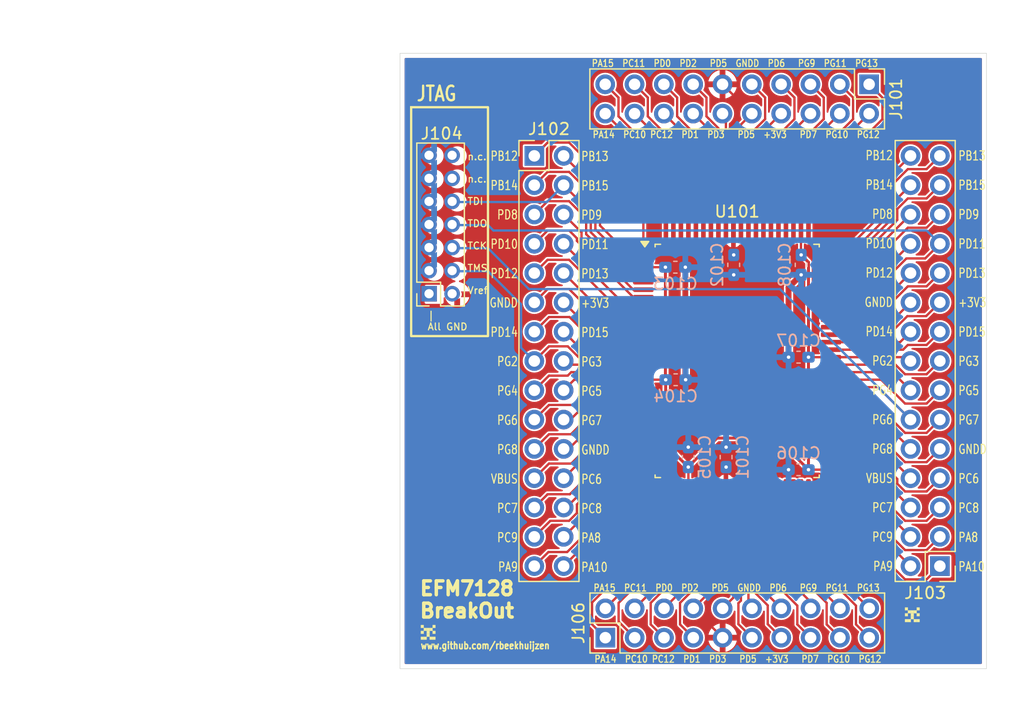
<source format=kicad_pcb>
(kicad_pcb (version 20240108) (generator "pcbnew") (generator_version "8.0")
  (layers (0 "F.Cu" signal) (31 "B.Cu" signal) (34 "B.Paste" user) (35 "F.Paste" user) (36 "B.SilkS" user "B.Silkscreen") (37 "F.SilkS" user "F.Silkscreen") (38 "B.Mask" user) (39 "F.Mask" user) (44 "Edge.Cuts" user))
  (net 0 "")
  (net 1 "GNDD")
  (net 2 "+5V")
  (net 3 "/PQFP100-Pin088")
  (net 4 "/PQFP100-Pin081")
  (net 5 "/PQFP100-Pin083")
  (net 6 "/PQFP100-Pin094")
  (net 7 "/PQFP100-Pin089")
  (net 8 "/PQFP100-Pin086")
  (net 9 "/PQFP100-Pin085")
  (net 10 "/PQFP100-Pin099")
  (net 11 "/PQFP100-Pin095")
  (net 12 "/PQFP100-Pin100")
  (net 13 "/PQFP100-Pin084")
  (net 14 "/PQFP100-Pin093")
  (net 15 "/PQFP100-Pin087")
  (net 16 "/PQFP100-Pin096")
  (net 17 "/PQFP100-Pin098")
  (net 18 "/PQFP100-Pin092")
  (net 19 "/PQFP100-Pin090")
  (net 20 "/PQFP100-Pin097")
  (net 21 "/PQFP100-Pin007")
  (net 22 "/PQFP100-Pin008")
  (net 23 "/PQFP100-Pin005")
  (net 24 "/PQFP100-Pin006")
  (net 25 "/PQFP100-Pin001")
  (net 26 "/PQFP100-Pin009")
  (net 27 "/PQFP100-Pin002")
  (net 28 "/PQFP100-Pin010")
  (net 29 "/PQFP100-Pin004")
  (net 30 "/PQFP100-Pin068")
  (net 31 "/PQFP100-Pin075")
  (net 32 "/PQFP100-Pin071")
  (net 33 "/PQFP100-Pin067")
  (net 34 "/PQFP100-Pin079")
  (net 35 "/PQFP100-Pin074")
  (net 36 "/PQFP100-Pin077")
  (net 37 "/PQFP100-Pin073")
  (net 38 "/PQFP100-Pin069")
  (net 39 "/PQFP100-Pin078")
  (net 40 "/PQFP100-Pin072")
  (net 41 "/PQFP100-Pin080")
  (net 42 "/PQFP100-Pin062")
  (net 43 "/PQFP100-Pin063")
  (net 44 "/PQFP100-Pin065")
  (net 45 "/PQFP100-Pin070")
  (net 46 "/PQFP100-Pin076")
  (net 47 "/PQFP100-Pin061")
  (net 48 "/PQFP100-Pin064")
  (net 49 "/PQFP100-Pin024")
  (net 50 "/PQFP100-Pin026")
  (net 51 "/PQFP100-Pin025")
  (net 52 "/PQFP100-Pin023")
  (net 53 "/PQFP100-Pin022")
  (net 54 "/PQFP100-Pin014")
  (net 55 "/PQFP100-Pin030")
  (net 56 "/PQFP100-Pin028")
  (net 57 "/PQFP100-Pin017")
  (net 58 "/PQFP100-Pin019")
  (net 59 "/PQFP100-Pin027")
  (net 60 "/PQFP100-Pin011")
  (net 61 "/PQFP100-Pin029")
  (net 62 "/PQFP100-Pin020")
  (net 63 "/PQFP100-Pin013")
  (net 64 "/PQFP100-Pin015")
  (net 65 "/PQFP100-Pin021")
  (net 66 "/PQFP100-Pin012")
  (net 67 "/PQFP100-Pin016")
  (net 68 "/PQFP100-Pin053")
  (net 69 "/PQFP100-Pin057")
  (net 70 "/PQFP100-Pin055")
  (net 71 "/PQFP100-Pin052")
  (net 72 "/PQFP100-Pin058")
  (net 73 "/PQFP100-Pin060")
  (net 74 "/PQFP100-Pin056")
  (net 75 "/PQFP100-Pin059")
  (net 76 "/PQFP100-Pin054")
  (net 77 "/PQFP100-Pin042")
  (net 78 "/PQFP100-Pin036")
  (net 79 "/PQFP100-Pin045")
  (net 80 "/PQFP100-Pin047")
  (net 81 "/PQFP100-Pin033")
  (net 82 "/PQFP100-Pin048")
  (net 83 "/PQFP100-Pin049")
  (net 84 "/PQFP100-Pin032")
  (net 85 "/PQFP100-Pin044")
  (net 86 "/PQFP100-Pin040")
  (net 87 "/PQFP100-Pin035")
  (net 88 "/PQFP100-Pin031")
  (net 89 "/PQFP100-Pin037")
  (net 90 "/PQFP100-Pin043")
  (net 91 "/PQFP100-Pin046")
  (net 92 "/PQFP100-Pin038")
  (net 93 "/PQFP100-Pin041")
  (net 94 "/PQFP100-Pin050")
  (net 95 "+3V3")
  (footprint "DP_Footprint:PinHeader_2x10_P2.54mm_Vertical" (layer "F.Cu") (at 149.855 58.567402 -90)
    (property "Reference" "J101")
    (property "Value" "Conn_02x10_Odd_Even")
  )
  (footprint "Package_QFP:PQFP-100_14x20mm_P0.65mm" (layer "F.Cu") (at 138.4248 82.5448)
    (property "Reference" "U101")
    (property "Value" "EFM7128S")
  )
  (footprint "DP_Footprint:PinSocket_2x07_P2.00mm_Vertical" (layer "F.Cu") (at 111.7346 76.7192 180)
    (property "Reference" "J104")
    (property "Value" "Conn_02x07_Odd_Even")
  )
  (footprint "DP_Footprint:PinHeader_2x15_P2.54mm_Vertical" (layer "F.Cu") (at 120.8532 64.77)
    (property "Reference" "J102")
    (property "Value" "Conn_02x15_Odd_Even")
  )
  (footprint "DP_Footprint:PinHeader_2x10_P2.54mm_Vertical" (layer "F.Cu") (at 127.005002 106.532601 90)
    (property "Reference" "J106")
    (property "Value" "Conn_02x10_Odd_Even")
  )
  (footprint "DP_Footprint:PinHeader_2x15_P2.54mm_Vertical" (layer "F.Cu") (at 155.9814 100.330002 180)
    (property "Reference" "J103")
    (property "Value" "Conn_02x15_Odd_Even")
  )
  (footprint "DP_Footprint:C_0603_1608Metric_Pad1.08x0.95mm_HandSolder" (layer "B.Cu") (at 143.7386 91.9734 180)
    (property "Reference" "C106")
    (property "Value" "100n")
  )
  (footprint "DP_Footprint:C_0603_1608Metric_Pad1.08x0.95mm_HandSolder" (layer "B.Cu") (at 133.096 84.1756)
    (property "Reference" "C104")
    (property "Value" "100n")
  )
  (footprint "DP_Footprint:C_0603_1608Metric_Pad1.08x0.95mm_HandSolder" (layer "B.Cu") (at 143.9672 74.2188 -90)
    (property "Reference" "C108")
    (property "Value" "100n")
  )
  (footprint "DP_Footprint:C_0603_1608Metric_Pad1.08x0.95mm_HandSolder" (layer "B.Cu") (at 133.0706 74.422)
    (property "Reference" "C103")
    (property "Value" "100n")
  )
  (footprint "DP_Footprint:C_0603_1608Metric_Pad1.08x0.95mm_HandSolder" (layer "B.Cu") (at 137.4648 90.8812 90)
    (property "Reference" "C101")
    (property "Value" "100n")
  )
  (footprint "DP_Footprint:C_0603_1608Metric_Pad1.08x0.95mm_HandSolder" (layer "B.Cu") (at 134.1882 90.8812 90)
    (property "Reference" "C105")
    (property "Value" "100n")
  )
  (footprint "DP_Footprint:C_0603_1608Metric_Pad1.08x0.95mm_HandSolder" (layer "B.Cu") (at 143.7397 82.2198 180)
    (property "Reference" "C107")
    (property "Value" "100n")
  )
  (footprint "DP_Footprint:C_0603_1608Metric_Pad1.08x0.95mm_HandSolder" (layer "B.Cu") (at 138.1252 74.2188 -90)
    (property "Reference" "C102")
    (property "Value" "100n")
  )
  (gr_rect (start 153.9748 104.4194) (end 154.2288 104.6734) (stroke (width 0.01)) (fill solid) (layer "F.SilkS"))
  (gr_rect (start 153.4668 104.4194) (end 153.7208 104.6734) (stroke (width 0.01)) (fill solid) (layer "F.SilkS"))
  (gr_rect (start 111.5314 105.6894) (end 111.7854 105.9434) (stroke (width 0.01)) (fill solid) (layer "F.SilkS"))
  (gr_rect (start 111.5314 105.9434) (end 111.7854 106.1974) (stroke (width 0.01)) (fill solid) (layer "F.SilkS"))
  (gr_rect (start 153.7208 104.1654) (end 153.9748 104.4194) (stroke (width 0.01)) (fill solid) (layer "F.SilkS"))
  (gr_rect (start 153.9748 103.9114) (end 154.2288 104.1654) (stroke (width 0.01)) (fill solid) (layer "F.SilkS"))
  (gr_rect (start 152.9588 104.9274) (end 153.2128 105.1814) (stroke (width 0.01)) (fill solid) (layer "F.SilkS"))
  (gr_rect (start 112.0394 105.9434) (end 112.2934 106.1974) (stroke (width 0.01)) (fill solid) (layer "F.SilkS"))
  (gr_rect (start 111.7854 106.4514) (end 112.0394 106.7054) (stroke (width 0.01)) (fill solid) (layer "F.SilkS"))
  (gr_rect (start 111.2774 105.6894) (end 111.5314 105.9434) (stroke (width 0.01)) (fill solid) (layer "F.SilkS"))
  (gr_rect (start 112.0394 105.4354) (end 112.2934 105.6894) (stroke (width 0.01)) (fill solid) (layer "F.SilkS"))
  (gr_rect (start 153.4668 104.1654) (end 153.7208 104.4194) (stroke (width 0.01)) (fill solid) (layer "F.SilkS"))
  (gr_rect (start 153.2128 104.9274) (end 153.4668 105.1814) (stroke (width 0.01)) (fill solid) (layer "F.SilkS"))
  (gr_rect (start 112.0394 106.4514) (end 112.2934 106.7054) (stroke (width 0.01)) (fill solid) (layer "F.SilkS"))
  (gr_rect (start 111.7854 105.6894) (end 112.0394 105.9434) (stroke (width 0.01)) (fill solid) (layer "F.SilkS"))
  (gr_rect (start 111.2774 106.4514) (end 111.5314 106.7054) (stroke (width 0.01)) (fill solid) (layer "F.SilkS"))
  (gr_rect (start 111.5314 106.1974) (end 111.7854 106.4514) (stroke (width 0.01)) (fill solid) (layer "F.SilkS"))
  (gr_rect (start 153.4668 104.6734) (end 153.7208 104.9274) (stroke (width 0.01)) (fill solid) (layer "F.SilkS"))
  (gr_rect (start 152.9588 103.9114) (end 153.2128 104.1654) (stroke (width 0.01)) (fill solid) (layer "F.SilkS"))
  (gr_rect (start 111.0234 105.4354) (end 111.2774 105.6894) (stroke (width 0.01)) (fill solid) (layer "F.SilkS"))
  (gr_rect (start 153.7208 104.9274) (end 153.9748 105.1814) (stroke (width 0.01)) (fill solid) (layer "F.SilkS"))
  (gr_rect (start 153.2128 104.1654) (end 153.4668 104.4194) (stroke (width 0.01)) (fill solid) (layer "F.SilkS"))
  (gr_rect (start 111.0234 106.4514) (end 111.2774 106.7054) (stroke (width 0.01)) (fill solid) (layer "F.SilkS"))
  (gr_rect (start 111.0234 105.9434) (end 111.2774 106.1974) (stroke (width 0.01)) (fill solid) (layer "F.SilkS"))
  (gr_rect (start 153.9748 104.9274) (end 154.2288 105.1814) (stroke (width 0.01)) (fill solid) (layer "F.SilkS"))
  (gr_rect (start 110.1852 60.5536) (end 116.84 80.391) (stroke (width 0.2)) (fill none) (layer "F.SilkS"))
  (gr_rect (start 152.9588 104.4194) (end 153.2128 104.6734) (stroke (width 0.01)) (fill solid) (layer "F.SilkS"))
  (gr_rect (start 109.22 55.88) (end 160.02 109.22) (stroke (width 0.05)) (fill none) (layer "Edge.Cuts"))
  (gr_text "|\nAll GND\n" (at 111.5568 79.9338 0) (layer "F.SilkS") (effects (font (size 0.6 0.6) (thickness 0.1008) (bold yes)) (justify left bottom)))
  (gr_text "PA15  PC11  PD0  PD2   PD5  GNDD  PD6   PG9  PG11  PG13" (at 125.9332 102.5652 0) (layer "F.SilkS") (effects (font (size 0.6 0.5) (thickness 0.1) (bold yes)) (justify left bottom)))
  (gr_text "n.c.\n\nn.c.\n\nTDI\n\nTDO\n\nTCK\n\nTMS\n\nVref" (at 115.0112 76.7842 0) (layer "F.SilkS") (effects (font (size 0.6 0.6) (thickness 0.1008) (bold yes)) (justify left bottom)))
  (gr_text "PB13\n\nPB15\n\nPD9\n\nPD11\n\nPD13\n\n+3V3\n\nPD15\n\nPG3\n\nPG5\n\nPG7\n\nGNDD\n\nPC6\n\nPC8\n\nPA8\n\nPA10" (at 157.5308 100.838 0) (layer "F.SilkS") (effects (font (size 0.79 0.6) (thickness 0.1008) (bold yes)) (justify left bottom)))
  (gr_text "JTAG" (at 110.5662 60.1218 0) (layer "F.SilkS") (effects (font (size 1.27 1) (thickness 0.2) (bold yes)) (justify left bottom)))
  (gr_text "PB12\n\nPB14\n\nPD8\n\nPD10\n\nPD12\n\nGNDD\n\nPD14\n\nPG2\n\nPG4\n\nPG6\n\nPG8\n\nVBUS\n\nPC7\n\nPC9\n\nPA9" (at 119.4816 100.8634 0) (layer "F.SilkS") (effects (font (size 0.79 0.6) (thickness 0.1008) (bold yes)) (justify right bottom)))
  (gr_text "EFM7128\nBreakOut" (at 110.7948 104.902 0) (layer "F.SilkS") (effects (font (size 1.2 1.2) (thickness 0.3) (bold yes)) (justify left bottom)))
  (gr_text "www.github.com/rbeekhuijzen" (at 110.9472 107.569 0) (layer "F.SilkS") (effects (font (size 0.6 0.5) (thickness 0.125) (bold yes)) (justify left bottom)))
  (gr_text "PA14  PC10 PC12  PD1  PD3   PD5  +3V3   PD7  PG10  PG12" (at 126.0094 108.7374 0) (layer "F.SilkS") (effects (font (size 0.6 0.5) (thickness 0.1008) (bold yes)) (justify left bottom)))
  (gr_text "PA14  PC10 PC12  PD1  PD3   PD5  +3V3   PD7  PG10  PG12" (at 125.857 63.2714 0) (layer "F.SilkS") (effects (font (size 0.6 0.5) (thickness 0.1008) (bold yes)) (justify left bottom)))
  (gr_text "PB13\n\nPB15\n\nPD9\n\nPD11\n\nPD13\n\n+3V3\n\nPD15\n\nPG3\n\nPG5\n\nPG7\n\nGNDD\n\nPC6\n\nPC8\n\nPA8\n\nPA10" (at 124.8664 100.8888 0) (layer "F.SilkS") (effects (font (size 0.79 0.6) (thickness 0.1008) (bold yes)) (justify left bottom)))
  (gr_text "PA15  PC11  PD0  PD2   PD5  GNDD  PD6   PG9  PG11  PG13" (at 125.7808 57.0992 0) (layer "F.SilkS") (effects (font (size 0.6 0.5) (thickness 0.1) (bold yes)) (justify left bottom)))
  (gr_text "PB12\n\nPB14\n\nPD8\n\nPD10\n\nPD12\n\nGNDD\n\nPD14\n\nPG2\n\nPG4\n\nPG6\n\nPG8\n\nVBUS\n\nPC7\n\nPC9\n\nPA9" (at 151.9682 100.8126 0) (layer "F.SilkS") (effects (font (size 0.79 0.6) (thickness 0.1008) (bold yes)) (justify right bottom)))
  (segment (start 133.9342 84.1502) (end 133.9596 84.1756) (width 0.508) (layer "F.Cu") (net 1))
  (segment (start 133.9342 74.422) (end 133.9342 84.1502) (width 0.508) (layer "F.Cu") (net 1))
  (segment (start 142.875 76.1746) (end 143.9672 75.0824) (width 0.508) (layer "F.Cu") (net 1))
  (segment (start 142.875 82.2198) (end 142.875 76.1746) (width 0.508) (layer "F.Cu") (net 1))
  (via (at 134.1882 90.0176) (size 0.6) (drill 0.3) (layers "F.Cu" "B.Cu") (net 1))
  (via (at 137.4648 90.0176) (size 0.6) (drill 0.3) (layers "F.Cu" "B.Cu") (net 1))
  (via (at 143.9672 75.0824) (size 0.6) (drill 0.3) (layers "F.Cu" "B.Cu") (net 1))
  (via (at 142.8739 91.9734) (size 0.6) (drill 0.3) (layers "F.Cu" "B.Cu") (net 1))
  (via (at 133.9596 84.1756) (size 0.6) (drill 0.3) (layers "F.Cu" "B.Cu") (net 1))
  (via (at 138.1252 75.0824) (size 0.6) (drill 0.3) (layers "F.Cu" "B.Cu") (net 1))
  (via (at 142.875 82.2198) (size 0.6) (drill 0.3) (layers "F.Cu" "B.Cu") (net 1))
  (via (at 133.9342 74.422) (size 0.6) (drill 0.3) (layers "F.Cu" "B.Cu") (net 1))
  (segment (start 138.0998 71.4198) (end 138.0998 62.028947) (width 0.2) (layer "F.Cu") (net 2))
  (segment (start 138.0998 73.3298) (end 138.1252 73.3552) (width 0.2) (layer "F.Cu") (net 2))
  (segment (start 137.4498 93.6698) (end 137.4498 91.7598) (width 0.2) (layer "F.Cu") (net 2))
  (segment (start 138.0998 62.028947) (end 138.3284 61.800347) (width 0.2) (layer "F.Cu") (net 2))
  (segment (start 136.015004 105.382605) (end 137.165002 106.532603) (width 0.2) (layer "F.Cu") (net 2))
  (segment (start 137.4498 93.6698) (end 137.4498 102.081459) (width 0.2) (layer "F.Cu") (net 2))
  (segment (start 137.4498 102.081459) (end 136.015004 103.516255) (width 0.2) (layer "F.Cu") (net 2))
  (segment (start 137.4498 91.7598) (end 137.4648 91.7448) (width 0.2) (layer "F.Cu") (net 2))
  (segment (start 136.015004 103.516255) (end 136.015004 105.382605) (width 0.2) (layer "F.Cu") (net 2))
  (segment (start 138.3284 61.800347) (end 138.3284 59.740803) (width 0.2) (layer "F.Cu") (net 2))
  (segment (start 138.0998 71.4198) (end 138.0998 73.3298) (width 0.2) (layer "F.Cu") (net 2))
  (segment (start 138.3284 59.740803) (end 137.155 58.567403) (width 0.2) (layer "F.Cu") (net 2))
  (via (at 137.4648 91.7448) (size 0.6) (drill 0.3) (layers "F.Cu" "B.Cu") (net 2))
  (via (at 138.1252 73.3552) (size 0.6) (drill 0.3) (layers "F.Cu" "B.Cu") (net 2))
  (segment (start 140.0498 71.4198) (end 140.0498 63.292602) (width 0.2) (layer "F.Cu") (net 3))
  (segment (start 140.0498 63.292602) (end 142.234999 61.107403) (width 0.2) (layer "F.Cu") (net 3))
  (segment (start 151.004999 59.717401) (end 149.855 58.567402) (width 0.2) (layer "F.Cu") (net 4))
  (segment (start 151.004999 61.593001) (end 151.004999 59.717401) (width 0.2) (layer "F.Cu") (net 4))
  (segment (start 144.5998 71.4198) (end 144.5998 67.9982) (width 0.2) (layer "F.Cu") (net 4))
  (segment (start 144.5998 67.9982) (end 151.004999 61.593001) (width 0.2) (layer "F.Cu") (net 4))
  (segment (start 143.2998 71.4198) (end 143.2998 66.748951) (width 0.2) (layer "F.Cu") (net 5))
  (segment (start 143.2998 66.748951) (end 148.465001 61.58375) (width 0.2) (layer "F.Cu") (net 5))
  (segment (start 148.465001 59.717402) (end 147.315 58.567401) (width 0.2) (layer "F.Cu") (net 5))
  (segment (start 148.465001 61.58375) (end 148.465001 59.717402) (width 0.2) (layer "F.Cu") (net 5))
  (segment (start 136.1498 62.642201) (end 134.615001 61.107402) (width 0.2) (layer "F.Cu") (net 6))
  (segment (start 136.1498 71.4198) (end 136.1498 62.642201) (width 0.2) (layer "F.Cu") (net 6))
  (segment (start 139.3998 71.4198) (end 139.3998 63.028947) (width 0.2) (layer "F.Cu") (net 7))
  (segment (start 140.845001 61.583746) (end 140.845001 59.717405) (width 0.2) (layer "F.Cu") (net 7))
  (segment (start 140.845001 59.717405) (end 139.695 58.567404) (width 0.2) (layer "F.Cu") (net 7))
  (segment (start 139.3998 63.028947) (end 140.845001 61.583746) (width 0.2) (layer "F.Cu") (net 7))
  (segment (start 141.3498 71.4198) (end 141.3498 64.532601) (width 0.2) (layer "F.Cu") (net 8))
  (segment (start 141.3498 64.532601) (end 144.775 61.107401) (width 0.2) (layer "F.Cu") (net 8))
  (segment (start 145.925 59.717401) (end 144.775001 58.567402) (width 0.2) (layer "F.Cu") (net 9))
  (segment (start 145.925 61.583747) (end 145.925 59.717401) (width 0.2) (layer "F.Cu") (net 9))
  (segment (start 141.9998 65.508947) (end 145.925 61.583747) (width 0.2) (layer "F.Cu") (net 9))
  (segment (start 141.9998 71.4198) (end 141.9998 65.508947) (width 0.2) (layer "F.Cu") (net 9))
  (segment (start 128.144999 59.717401) (end 126.995 58.567402) (width 0.2) (layer "F.Cu") (net 10))
  (segment (start 132.8998 71.4198) (end 132.8998 66.098548) (width 0.2) (layer "F.Cu") (net 10))
  (segment (start 132.8998 66.098548) (end 128.144999 61.343747) (width 0.2) (layer "F.Cu") (net 10))
  (segment (start 128.144999 61.343747) (end 128.144999 59.717401) (width 0.2) (layer "F.Cu") (net 10))
  (segment (start 133.225001 61.343748) (end 133.225001 59.717404) (width 0.2) (layer "F.Cu") (net 11))
  (segment (start 133.225001 59.717404) (end 132.074999 58.567402) (width 0.2) (layer "F.Cu") (net 11))
  (segment (start 135.4998 71.4198) (end 135.4998 63.618547) (width 0.2) (layer "F.Cu") (net 11))
  (segment (start 135.4998 63.618547) (end 133.225001 61.343748) (width 0.2) (layer "F.Cu") (net 11))
  (segment (start 132.2498 71.4198) (end 132.2498 66.3622) (width 0.2) (layer "F.Cu") (net 12))
  (segment (start 126.995003 61.107403) (end 126.994999 61.107403) (width 0.2) (layer "F.Cu") (net 12))
  (segment (start 132.2498 66.3622) (end 126.995003 61.107403) (width 0.2) (layer "F.Cu") (net 12))
  (segment (start 142.6498 71.4198) (end 142.6498 65.772605) (width 0.2) (layer "F.Cu") (net 13))
  (segment (start 142.6498 65.772605) (end 147.315001 61.107404) (width 0.2) (layer "F.Cu") (net 13))
  (segment (start 135.765001 61.343751) (end 135.765001 59.717406) (width 0.2) (layer "F.Cu") (net 14))
  (segment (start 135.765001 59.717406) (end 134.614999 58.567404) (width 0.2) (layer "F.Cu") (net 14))
  (segment (start 136.7998 71.4198) (end 136.7998 62.37855) (width 0.2) (layer "F.Cu") (net 14))
  (segment (start 136.7998 62.37855) (end 135.765001 61.343751) (width 0.2) (layer "F.Cu") (net 14))
  (segment (start 140.6998 64.268948) (end 143.384999 61.583749) (width 0.2) (layer "F.Cu") (net 15))
  (segment (start 143.384999 61.583749) (end 143.384999 59.7174) (width 0.2) (layer "F.Cu") (net 15))
  (segment (start 143.384999 59.7174) (end 142.234999 58.5674) (width 0.2) (layer "F.Cu") (net 15))
  (segment (start 140.6998 71.4198) (end 140.6998 64.268948) (width 0.2) (layer "F.Cu") (net 15))
  (segment (start 134.8498 63.882201) (end 132.075001 61.107402) (width 0.2) (layer "F.Cu") (net 16))
  (segment (start 134.8498 71.4198) (end 134.8498 63.882201) (width 0.2) (layer "F.Cu") (net 16))
  (segment (start 133.5498 65.122202) (end 129.535001 61.107403) (width 0.2) (layer "F.Cu") (net 17))
  (segment (start 133.5498 71.4198) (end 133.5498 65.122202) (width 0.2) (layer "F.Cu") (net 17))
  (segment (start 137.4498 71.4198) (end 137.4498 61.402204) (width 0.2) (layer "F.Cu") (net 18))
  (segment (start 137.4498 61.402204) (end 137.154998 61.107402) (width 0.2) (layer "F.Cu") (net 18))
  (segment (start 138.7498 62.052601) (end 139.695001 61.1074) (width 0.2) (layer "F.Cu") (net 19))
  (segment (start 138.7498 71.4198) (end 138.7498 62.052601) (width 0.2) (layer "F.Cu") (net 19))
  (segment (start 134.1998 71.4198) (end 134.1998 64.858547) (width 0.2) (layer "F.Cu") (net 20))
  (segment (start 130.685001 61.343748) (end 130.685001 59.717403) (width 0.2) (layer "F.Cu") (net 20))
  (segment (start 130.685001 59.717403) (end 129.535 58.567402) (width 0.2) (layer "F.Cu") (net 20))
  (segment (start 134.1998 64.858547) (end 130.685001 61.343748) (width 0.2) (layer "F.Cu") (net 20))
  (segment (start 124.5432 72.138199) (end 124.5432 71.913654) (width 0.2) (layer "F.Cu") (net 21))
  (segment (start 123.869546 71.24) (end 122.0032 71.24) (width 0.2) (layer "F.Cu") (net 21))
  (segment (start 129.424801 77.0198) (end 124.5432 72.138199) (width 0.2) (layer "F.Cu") (net 21))
  (segment (start 130.2998 77.0198) (end 129.424801 77.0198) (width 0.2) (layer "F.Cu") (net 21))
  (segment (start 122.0032 71.24) (end 120.8532 72.39) (width 0.2) (layer "F.Cu") (net 21))
  (segment (start 124.5432 71.913654) (end 123.869546 71.24) (width 0.2) (layer "F.Cu") (net 21))
  (segment (start 130.2998 77.6698) (end 128.673 77.6698) (width 0.2) (layer "F.Cu") (net 22))
  (segment (start 128.673 77.6698) (end 123.3932 72.39) (width 0.2) (layer "F.Cu") (net 22))
  (segment (start 125.3432 70.173654) (end 123.869546 68.7) (width 0.2) (layer "F.Cu") (net 23))
  (segment (start 125.3432 71.556656) (end 125.3432 70.173654) (width 0.2) (layer "F.Cu") (net 23))
  (segment (start 129.506344 75.7198) (end 125.3432 71.556656) (width 0.2) (layer "F.Cu") (net 23))
  (segment (start 122.0032 68.7) (end 120.8532 69.85) (width 0.2) (layer "F.Cu") (net 23))
  (segment (start 130.2998 75.7198) (end 129.506344 75.7198) (width 0.2) (layer "F.Cu") (net 23))
  (segment (start 123.869546 68.7) (end 122.0032 68.7) (width 0.2) (layer "F.Cu") (net 23))
  (segment (start 124.9432 71.888199) (end 124.9432 71.4) (width 0.2) (layer "F.Cu") (net 24))
  (segment (start 124.9432 71.4) (end 123.3932 69.85) (width 0.2) (layer "F.Cu") (net 24))
  (segment (start 129.424801 76.3698) (end 124.9432 71.888199) (width 0.2) (layer "F.Cu") (net 24))
  (segment (start 130.2998 76.3698) (end 129.424801 76.3698) (width 0.2) (layer "F.Cu") (net 24))
  (segment (start 123.869546 63.62) (end 122.0032 63.62) (width 0.2) (layer "F.Cu") (net 25))
  (segment (start 122.0032 63.62) (end 120.8532 64.77) (width 0.2) (layer "F.Cu") (net 25))
  (segment (start 130.2998 70.050254) (end 123.869546 63.62) (width 0.2) (layer "F.Cu") (net 25))
  (segment (start 130.2998 73.1198) (end 130.2998 70.050254) (width 0.2) (layer "F.Cu") (net 25))
  (segment (start 122.0032 73.78) (end 120.8532 74.93) (width 0.2) (layer "F.Cu") (net 26))
  (segment (start 123.869546 73.78) (end 122.0032 73.78) (width 0.2) (layer "F.Cu") (net 26))
  (segment (start 128.409346 78.3198) (end 123.869546 73.78) (width 0.2) (layer "F.Cu") (net 26))
  (segment (start 130.2998 78.3198) (end 128.409346 78.3198) (width 0.2) (layer "F.Cu") (net 26))
  (segment (start 130.2998 73.7698) (end 129.506344 73.7698) (width 0.2) (layer "F.Cu") (net 27))
  (segment (start 126.5432 67.92) (end 123.3932 64.77) (width 0.2) (layer "F.Cu") (net 27))
  (segment (start 126.5432 70.806656) (end 126.5432 67.92) (width 0.2) (layer "F.Cu") (net 27))
  (segment (start 129.506344 73.7698) (end 126.5432 70.806656) (width 0.2) (layer "F.Cu") (net 27))
  (segment (start 130.2998 78.9698) (end 127.433 78.9698) (width 0.2) (layer "F.Cu") (net 28))
  (segment (start 127.433 78.9698) (end 123.3932 74.93) (width 0.2) (layer "F.Cu") (net 28))
  (segment (start 130.2998 75.0698) (end 129.424801 75.0698) (width 0.2) (layer "F.Cu") (net 29))
  (segment (start 129.424801 75.0698) (end 125.7432 71.388199) (width 0.2) (layer "F.Cu") (net 29))
  (segment (start 125.7432 69.66) (end 123.3932 67.31) (width 0.2) (layer "F.Cu") (net 29))
  (segment (start 125.7432 71.388199) (end 125.7432 69.66) (width 0.2) (layer "F.Cu") (net 29))
  (segment (start 123.3932 67.31) (end 121.9332 68.77) (width 0.2) (layer "B.Cu") (net 29))
  (segment (start 121.9332 68.77) (end 114.173 68.77) (width 0.2) (layer "B.Cu") (net 29))
  (segment (start 152.531605 80.9198) (end 153.441401 80.010004) (width 0.2) (layer "F.Cu") (net 30))
  (segment (start 146.5498 80.9198) (end 152.531605 80.9198) (width 0.2) (layer "F.Cu") (net 30))
  (segment (start 147.835259 76.3698) (end 153.205059 71) (width 0.2) (layer "F.Cu") (net 31))
  (segment (start 154.831404 71) (end 155.981402 69.850002) (width 0.2) (layer "F.Cu") (net 31))
  (segment (start 153.205059 71) (end 154.831404 71) (width 0.2) (layer "F.Cu") (net 31))
  (segment (start 146.5498 76.3698) (end 147.835259 76.3698) (width 0.2) (layer "F.Cu") (net 31))
  (segment (start 154.831402 76.079999) (end 155.981401 74.93) (width 0.2) (layer "F.Cu") (net 32))
  (segment (start 150.315259 78.9698) (end 153.20506 76.079999) (width 0.2) (layer "F.Cu") (net 32))
  (segment (start 153.20506 76.079999) (end 154.831402 76.079999) (width 0.2) (layer "F.Cu") (net 32))
  (segment (start 146.5498 78.9698) (end 150.315259 78.9698) (width 0.2) (layer "F.Cu") (net 32))
  (segment (start 154.831398 81.160004) (end 155.9814 80.010002) (width 0.2) (layer "F.Cu") (net 33))
  (segment (start 153.205052 81.160004) (end 154.831398 81.160004) (width 0.2) (layer "F.Cu") (net 33))
  (segment (start 146.5498 81.5698) (end 152.795256 81.5698) (width 0.2) (layer "F.Cu") (net 33))
  (segment (start 152.795256 81.5698) (end 153.205052 81.160004) (width 0.2) (layer "F.Cu") (net 33))
  (segment (start 147.716575 73.7698) (end 151.491401 69.994974) (width 0.2) (layer "F.Cu") (net 34))
  (segment (start 146.5498 73.7698) (end 147.716575 73.7698) (width 0.2) (layer "F.Cu") (net 34))
  (segment (start 154.831397 65.920005) (end 155.9814 64.770002) (width 0.2) (layer "F.Cu") (net 34))
  (segment (start 151.491401 67.633653) (end 153.205049 65.920005) (width 0.2) (layer "F.Cu") (net 34))
  (segment (start 153.205049 65.920005) (end 154.831397 65.920005) (width 0.2) (layer "F.Cu") (net 34))
  (segment (start 151.491401 69.994974) (end 151.491401 67.633653) (width 0.2) (layer "F.Cu") (net 34))
  (segment (start 148.811605 77.0198) (end 153.441402 72.390003) (width 0.2) (layer "F.Cu") (net 35))
  (segment (start 146.5498 77.0198) (end 148.811605 77.0198) (width 0.2) (layer "F.Cu") (net 35))
  (segment (start 153.205052 68.460003) (end 154.8314 68.460003) (width 0.2) (layer "F.Cu") (net 36))
  (segment (start 154.8314 68.460003) (end 155.981399 67.310004) (width 0.2) (layer "F.Cu") (net 36))
  (segment (start 152.291401 69.373654) (end 153.205052 68.460003) (width 0.2) (layer "F.Cu") (net 36))
  (segment (start 146.5498 75.0698) (end 147.547947 75.0698) (width 0.2) (layer "F.Cu") (net 36))
  (segment (start 152.291401 70.326346) (end 152.291401 69.373654) (width 0.2) (layer "F.Cu") (net 36))
  (segment (start 147.547947 75.0698) (end 152.291401 70.326346) (width 0.2) (layer "F.Cu") (net 36))
  (segment (start 154.711401 73.66) (end 155.981402 72.389999) (width 0.2) (layer "F.Cu") (net 37))
  (segment (start 146.5498 77.6698) (end 149.075254 77.6698) (width 0.2) (layer "F.Cu") (net 37))
  (segment (start 149.075254 77.6698) (end 153.085054 73.66) (width 0.2) (layer "F.Cu") (net 37))
  (segment (start 153.085054 73.66) (end 154.711401 73.66) (width 0.2) (layer "F.Cu") (net 37))
  (segment (start 117.310009 71.240003) (end 154.831406 71.240003) (width 0.2) (layer "B.Cu") (net 37))
  (segment (start 116.840006 70.77) (end 117.310009 71.240003) (width 0.203) (layer "B.Cu") (net 37))
  (segment (start 154.831406 71.240003) (end 155.981402 72.389999) (width 0.2) (layer "B.Cu") (net 37))
  (segment (start 114.173 70.77) (end 116.840006 70.77) (width 0.203) (layer "B.Cu") (net 37))
  (segment (start 153.161259 78.6638) (end 154.787602 78.6638) (width 0.2) (layer "F.Cu") (net 38))
  (segment (start 146.5498 80.2698) (end 151.555259 80.2698) (width 0.2) (layer "F.Cu") (net 38))
  (segment (start 154.787602 78.6638) (end 155.9814 77.470002) (width 0.2) (layer "F.Cu") (net 38))
  (segment (start 151.555259 80.2698) (end 153.161259 78.6638) (width 0.2) (layer "F.Cu") (net 38))
  (segment (start 146.5498 74.4198) (end 147.632261 74.4198) (width 0.2) (layer "F.Cu") (net 39))
  (segment (start 151.891401 68.859999) (end 153.441397 67.310003) (width 0.2) (layer "F.Cu") (net 39))
  (segment (start 147.632261 74.4198) (end 151.891401 70.16066) (width 0.2) (layer "F.Cu") (net 39))
  (segment (start 151.891401 70.16066) (end 151.891401 68.859999) (width 0.2) (layer "F.Cu") (net 39))
  (segment (start 150.0516 78.3198) (end 153.441401 74.929999) (width 0.2) (layer "F.Cu") (net 40))
  (segment (start 146.5498 78.3198) (end 150.0516 78.3198) (width 0.2) (layer "F.Cu") (net 40))
  (segment (start 151.091401 69.685399) (end 151.091401 67.120005) (width 0.2) (layer "F.Cu") (net 41))
  (segment (start 146.5498 73.1198) (end 147.657 73.1198) (width 0.2) (layer "F.Cu") (net 41))
  (segment (start 147.657 73.1198) (end 151.091401 69.685399) (width 0.2) (layer "F.Cu") (net 41))
  (segment (start 151.091401 67.120005) (end 153.441401 64.770005) (width 0.2) (layer "F.Cu") (net 41))
  (segment (start 146.5498 84.8198) (end 150.631195 84.8198) (width 0.2) (layer "F.Cu") (net 42))
  (segment (start 150.631195 84.8198) (end 153.441397 87.630002) (width 0.2) (layer "F.Cu") (net 42))
  (segment (start 153.441397 87.630002) (end 142.131395 76.32) (width 0.2) (layer "B.Cu") (net 42))
  (segment (start 116.84 72.77) (end 114.173 72.77) (width 0.2) (layer "B.Cu") (net 42))
  (segment (start 120.39 76.32) (end 116.84 72.77) (width 0.2) (layer "B.Cu") (net 42))
  (segment (start 142.131395 76.32) (end 120.39 76.32) (width 0.2) (layer "B.Cu") (net 42))
  (segment (start 146.5498 84.1698) (end 150.894852 84.1698) (width 0.2) (layer "F.Cu") (net 43))
  (segment (start 150.894852 84.1698) (end 152.965055 86.240003) (width 0.2) (layer "F.Cu") (net 43))
  (segment (start 154.831402 86.240003) (end 155.981404 85.090001) (width 0.2) (layer "F.Cu") (net 43))
  (segment (start 152.965055 86.240003) (end 154.831402 86.240003) (width 0.2) (layer "F.Cu") (net 43))
  (segment (start 152.134854 82.8698) (end 152.965055 83.700001) (width 0.2) (layer "F.Cu") (net 44))
  (segment (start 154.831399 83.700001) (end 155.9814 82.55) (width 0.2) (layer "F.Cu") (net 44))
  (segment (start 146.5498 82.8698) (end 152.134854 82.8698) (width 0.2) (layer "F.Cu") (net 44))
  (segment (start 152.965055 83.700001) (end 154.831399 83.700001) (width 0.2) (layer "F.Cu") (net 44))
  (segment (start 146.5498 79.6198) (end 151.291605 79.6198) (width 0.2) (layer "F.Cu") (net 45))
  (segment (start 151.291605 79.6198) (end 153.441403 77.470002) (width 0.2) (layer "F.Cu") (net 45))
  (segment (start 147.571601 75.7198) (end 153.441401 69.85) (width 0.2) (layer "F.Cu") (net 46))
  (segment (start 146.5498 75.7198) (end 147.571601 75.7198) (width 0.2) (layer "F.Cu") (net 46))
  (segment (start 154.831402 88.780002) (end 155.981401 87.630003) (width 0.2) (layer "F.Cu") (net 47))
  (segment (start 149.654849 85.4698) (end 152.965051 88.780002) (width 0.2) (layer "F.Cu") (net 47))
  (segment (start 152.965051 88.780002) (end 154.831402 88.780002) (width 0.2) (layer "F.Cu") (net 47))
  (segment (start 146.5498 85.4698) (end 149.654849 85.4698) (width 0.2) (layer "F.Cu") (net 47))
  (segment (start 146.5498 83.5198) (end 151.871198 83.5198) (width 0.2) (layer "F.Cu") (net 48))
  (segment (start 151.871198 83.5198) (end 153.441401 85.090003) (width 0.2) (layer "F.Cu") (net 48))
  (segment (start 130.2998 88.0698) (end 128.0334 88.0698) (width 0.2) (layer "F.Cu") (net 49))
  (segment (start 128.0334 88.0698) (end 123.3932 92.71) (width 0.2) (layer "F.Cu") (net 49))
  (segment (start 130.2998 89.3698) (end 129.506344 89.3698) (width 0.2) (layer "F.Cu") (net 50))
  (segment (start 129.506344 89.3698) (end 123.626144 95.25) (width 0.2) (layer "F.Cu") (net 50))
  (segment (start 123.626144 95.25) (end 123.3932 95.25) (width 0.2) (layer "F.Cu") (net 50))
  (segment (start 130.2998 88.7198) (end 129.3138 88.7198) (width 0.2) (layer "F.Cu") (net 51))
  (segment (start 123.9336 94.1) (end 122.0032 94.1) (width 0.2) (layer "F.Cu") (net 51))
  (segment (start 129.3138 88.7198) (end 123.9336 94.1) (width 0.2) (layer "F.Cu") (net 51))
  (segment (start 122.0032 94.1) (end 120.8532 95.25) (width 0.2) (layer "F.Cu") (net 51))
  (segment (start 120.8532 92.71) (end 122.1232 91.44) (width 0.2) (layer "F.Cu") (net 52))
  (segment (start 122.1232 91.44) (end 124.0536 91.44) (width 0.2) (layer "F.Cu") (net 52))
  (segment (start 128.0738 87.4198) (end 130.2998 87.4198) (width 0.2) (layer "F.Cu") (net 52))
  (segment (start 124.0536 91.44) (end 128.0738 87.4198) (width 0.2) (layer "F.Cu") (net 52))
  (segment (start 123.9266 90.0684) (end 123.4948 90.0684) (width 0.2) (layer "F.Cu") (net 53))
  (segment (start 130.2998 86.7698) (end 127.2252 86.7698) (width 0.2) (layer "F.Cu") (net 53))
  (segment (start 123.4948 90.0684) (end 123.3932 90.17) (width 0.2) (layer "F.Cu") (net 53))
  (segment (start 127.2252 86.7698) (end 123.9266 90.0684) (width 0.2) (layer "F.Cu") (net 53))
  (segment (start 124.953 81.5698) (end 123.3932 80.01) (width 0.2) (layer "F.Cu") (net 54))
  (segment (start 130.2998 81.5698) (end 124.953 81.5698) (width 0.2) (layer "F.Cu") (net 54))
  (segment (start 130.2998 91.9698) (end 130.2998 93.4234) (width 0.2) (layer "F.Cu") (net 55))
  (segment (start 130.2998 93.4234) (end 123.3932 100.33) (width 0.2) (layer "F.Cu") (net 55))
  (segment (start 124.9432 96.24) (end 123.3932 97.79) (width 0.2) (layer "F.Cu") (net 56))
  (segment (start 124.9432 95.14863) (end 124.9432 96.24) (width 0.2) (layer "F.Cu") (net 56))
  (segment (start 129.42203 90.6698) (end 124.9432 95.14863) (width 0.2) (layer "F.Cu") (net 56))
  (segment (start 130.2998 90.6698) (end 129.42203 90.6698) (width 0.2) (layer "F.Cu") (net 56))
  (segment (start 124.049746 83.5198) (end 123.749546 83.82) (width 0.2) (layer "F.Cu") (net 57))
  (segment (start 130.2998 83.5198) (end 124.049746 83.5198) (width 0.2) (layer "F.Cu") (net 57))
  (segment (start 122.1232 83.82) (end 120.8532 85.09) (width 0.2) (layer "F.Cu") (net 57))
  (segment (start 123.749546 83.82) (end 122.1232 83.82) (width 0.2) (layer "F.Cu") (net 57))
  (segment (start 122.1232 86.36) (end 120.8532 87.63) (width 0.2) (layer "F.Cu") (net 58))
  (segment (start 130.2998 84.8198) (end 125.7462 84.8198) (width 0.2) (layer "F.Cu") (net 58))
  (segment (start 125.7462 84.8198) (end 124.206 86.36) (width 0.2) (layer "F.Cu") (net 58))
  (segment (start 124.206 86.36) (end 122.1232 86.36) (width 0.2) (layer "F.Cu") (net 58))
  (segment (start 124.5432 95.726346) (end 123.869546 96.4) (width 0.2) (layer "F.Cu") (net 59))
  (segment (start 124.5432 94.982944) (end 124.5432 95.726346) (width 0.2) (layer "F.Cu") (net 59))
  (segment (start 123.869546 96.4) (end 122.2432 96.4) (width 0.2) (layer "F.Cu") (net 59))
  (segment (start 130.2998 90.0198) (end 129.506344 90.0198) (width 0.2) (layer "F.Cu") (net 59))
  (segment (start 122.2432 96.4) (end 120.8532 97.79) (width 0.2) (layer "F.Cu") (net 59))
  (segment (start 129.506344 90.0198) (end 124.5432 94.982944) (width 0.2) (layer "F.Cu") (net 59))
  (segment (start 130.2998 79.6198) (end 127.169346 79.6198) (width 0.2) (layer "F.Cu") (net 60))
  (segment (start 123.869546 76.32) (end 122.0032 76.32) (width 0.2) (layer "F.Cu") (net 60))
  (segment (start 127.169346 79.6198) (end 123.869546 76.32) (width 0.2) (layer "F.Cu") (net 60))
  (segment (start 122.0032 76.32) (end 120.8532 77.47) (width 0.2) (layer "F.Cu") (net 60))
  (segment (start 123.698746 99.1108) (end 122.0724 99.1108) (width 0.2) (layer "F.Cu") (net 61))
  (segment (start 122.0724 99.1108) (end 120.8532 100.33) (width 0.2) (layer "F.Cu") (net 61))
  (segment (start 128.6764 92.149744) (end 128.6764 94.133146) (width 0.2) (layer "F.Cu") (net 61))
  (segment (start 128.6764 94.133146) (end 123.698746 99.1108) (width 0.2) (layer "F.Cu") (net 61))
  (segment (start 130.2998 91.3198) (end 129.506344 91.3198) (width 0.2) (layer "F.Cu") (net 61))
  (segment (start 129.506344 91.3198) (end 128.6764 92.149744) (width 0.2) (layer "F.Cu") (net 61))
  (segment (start 130.2998 85.4698) (end 126.1376 85.4698) (width 0.2) (layer "F.Cu") (net 62))
  (segment (start 123.9774 87.63) (end 123.3932 87.63) (width 0.2) (layer "F.Cu") (net 62))
  (segment (start 126.1376 85.4698) (end 123.9774 87.63) (width 0.2) (layer "F.Cu") (net 62))
  (segment (start 126.081 80.9198) (end 123.9012 78.74) (width 0.2) (layer "F.Cu") (net 63))
  (segment (start 123.9012 78.74) (end 122.1232 78.74) (width 0.2) (layer "F.Cu") (net 63))
  (segment (start 122.1232 78.74) (end 120.8532 80.01) (width 0.2) (layer "F.Cu") (net 63))
  (segment (start 130.2998 80.9198) (end 126.081 80.9198) (width 0.2) (layer "F.Cu") (net 63))
  (segment (start 124.689346 82.2198) (end 123.749546 81.28) (width 0.2) (layer "F.Cu") (net 64))
  (segment (start 122.1232 81.28) (end 120.8532 82.55) (width 0.2) (layer "F.Cu") (net 64))
  (segment (start 123.749546 81.28) (end 122.1232 81.28) (width 0.2) (layer "F.Cu") (net 64))
  (segment (start 130.2998 82.2198) (end 124.689346 82.2198) (width 0.2) (layer "F.Cu") (net 64))
  (segment (start 119.7032 77.633194) (end 119.7032 81.4) (width 0.2) (layer "B.Cu") (net 64))
  (segment (start 116.840004 74.769998) (end 116.840002 74.77) (width 0.2) (layer "B.Cu") (net 64))
  (segment (start 116.840004 74.769998) (end 119.7032 77.633194) (width 0.2) (layer "B.Cu") (net 64))
  (segment (start 116.840002 74.77) (end 114.173 74.77) (width 0.2) (layer "B.Cu") (net 64))
  (segment (start 119.7032 81.4) (end 120.8532 82.55) (width 0.2) (layer "B.Cu") (net 64))
  (segment (start 124.0282 88.9) (end 122.1232 88.9) (width 0.2) (layer "F.Cu") (net 65))
  (segment (start 122.1232 88.9) (end 120.8532 90.17) (width 0.2) (layer "F.Cu") (net 65))
  (segment (start 130.2998 86.1198) (end 126.8084 86.1198) (width 0.2) (layer "F.Cu") (net 65))
  (segment (start 126.8084 86.1198) (end 124.0282 88.9) (width 0.2) (layer "F.Cu") (net 65))
  (segment (start 126.193 80.2698) (end 123.3932 77.47) (width 0.2) (layer "F.Cu") (net 66))
  (segment (start 130.2998 80.2698) (end 126.193 80.2698) (width 0.2) (layer "F.Cu") (net 66))
  (segment (start 123.713 82.8698) (end 123.3932 82.55) (width 0.2) (layer "F.Cu") (net 67))
  (segment (start 130.2998 82.8698) (end 123.713 82.8698) (width 0.2) (layer "F.Cu") (net 67))
  (segment (start 150.691399 96.666346) (end 152.965054 98.940001) (width 0.2) (layer "F.Cu") (net 68))
  (segment (start 154.831401 98.940001) (end 155.981399 97.790003) (width 0.2) (layer "F.Cu") (net 68))
  (segment (start 150.691399 93.9364) (end 150.691399 96.666346) (width 0.2) (layer "F.Cu") (net 68))
  (segment (start 147.424799 90.6698) (end 150.691399 93.9364) (width 0.2) (layer "F.Cu") (net 68))
  (segment (start 146.5498 90.6698) (end 147.424799 90.6698) (width 0.2) (layer "F.Cu") (net 68))
  (segment (start 152.965054 98.940001) (end 154.831401 98.940001) (width 0.2) (layer "F.Cu") (net 68))
  (segment (start 152.291399 92.779199) (end 152.291399 93.186347) (width 0.2) (layer "F.Cu") (net 69))
  (segment (start 152.291399 93.186347) (end 152.965053 93.860001) (width 0.2) (layer "F.Cu") (net 69))
  (segment (start 152.965053 93.860001) (end 154.831396 93.860001) (width 0.2) (layer "F.Cu") (net 69))
  (segment (start 147.582 88.0698) (end 152.291399 92.779199) (width 0.2) (layer "F.Cu") (net 69))
  (segment (start 146.5498 88.0698) (end 147.582 88.0698) (width 0.2) (layer "F.Cu") (net 69))
  (segment (start 154.831396 93.860001) (end 155.981397 92.71) (width 0.2) (layer "F.Cu") (net 69))
  (segment (start 147.424799 89.3698) (end 151.491399 93.4364) (width 0.2) (layer "F.Cu") (net 70))
  (segment (start 146.5498 89.3698) (end 147.424799 89.3698) (width 0.2) (layer "F.Cu") (net 70))
  (segment (start 151.491399 94.926354) (end 152.96505 96.400005) (width 0.2) (layer "F.Cu") (net 70))
  (segment (start 151.491399 93.4364) (end 151.491399 94.926354) (width 0.2) (layer "F.Cu") (net 70))
  (segment (start 152.96505 96.400005) (end 154.831397 96.400005) (width 0.2) (layer "F.Cu") (net 70))
  (segment (start 154.831397 96.400005) (end 155.981399 95.250003) (width 0.2) (layer "F.Cu") (net 70))
  (segment (start 146.5498 91.3198) (end 147.509113 91.3198) (width 0.2) (layer "F.Cu") (net 71))
  (segment (start 150.291399 94.102086) (end 150.291399 97.180001) (width 0.2) (layer "F.Cu") (net 71))
  (segment (start 150.291399 97.180001) (end 153.441401 100.330003) (width 0.2) (layer "F.Cu") (net 71))
  (segment (start 147.509113 91.3198) (end 150.291399 94.102086) (width 0.2) (layer "F.Cu") (net 71))
  (segment (start 148.151198 87.4198) (end 153.441399 92.710001) (width 0.2) (layer "F.Cu") (net 72))
  (segment (start 146.5498 87.4198) (end 148.151198 87.4198) (width 0.2) (layer "F.Cu") (net 72))
  (segment (start 146.5498 86.1198) (end 149.391202 86.1198) (width 0.2) (layer "F.Cu") (net 73))
  (segment (start 149.391202 86.1198) (end 153.441402 90.17) (width 0.2) (layer "F.Cu") (net 73))
  (segment (start 146.5498 88.7198) (end 147.666314 88.7198) (width 0.2) (layer "F.Cu") (net 74))
  (segment (start 151.891399 92.944885) (end 151.891399 93.700008) (width 0.2) (layer "F.Cu") (net 74))
  (segment (start 151.891399 93.700008) (end 153.441396 95.250005) (width 0.2) (layer "F.Cu") (net 74))
  (segment (start 147.666314 88.7198) (end 151.891399 92.944885) (width 0.2) (layer "F.Cu") (net 74))
  (segment (start 146.5498 86.7698) (end 148.414856 86.7698) (width 0.2) (layer "F.Cu") (net 75))
  (segment (start 154.831406 91.32) (end 155.981403 90.170003) (width 0.2) (layer "F.Cu") (net 75))
  (segment (start 152.965056 91.32) (end 154.831406 91.32) (width 0.2) (layer "F.Cu") (net 75))
  (segment (start 148.414856 86.7698) (end 152.965056 91.32) (width 0.2) (layer "F.Cu") (net 75))
  (segment (start 151.091399 95.44) (end 153.4414 97.790001) (width 0.2) (layer "F.Cu") (net 76))
  (segment (start 147.424799 90.0198) (end 151.091399 93.6864) (width 0.2) (layer "F.Cu") (net 76))
  (segment (start 146.5498 90.0198) (end 147.424799 90.0198) (width 0.2) (layer "F.Cu") (net 76))
  (segment (start 151.091399 93.6864) (end 151.091399 95.44) (width 0.2) (layer "F.Cu") (net 76))
  (segment (start 139.3998 103.687397) (end 139.705002 103.992599) (width 0.2) (layer "F.Cu") (net 77))
  (segment (start 139.3998 93.6698) (end 139.3998 103.687397) (width 0.2) (layer "F.Cu") (net 77))
  (segment (start 135.4998 100.577799) (end 132.085 103.992599) (width 0.2) (layer "F.Cu") (net 78))
  (segment (start 135.4998 93.6698) (end 135.4998 100.577799) (width 0.2) (layer "F.Cu") (net 78))
  (segment (start 143.635003 103.756257) (end 143.635003 105.382601) (width 0.2) (layer "F.Cu") (net 79))
  (segment (start 141.3498 93.6698) (end 141.3498 101.471054) (width 0.2) (layer "F.Cu") (net 79))
  (segment (start 143.635003 105.382601) (end 144.785003 106.532601) (width 0.2) (layer "F.Cu") (net 79))
  (segment (start 141.3498 101.471054) (end 143.635003 103.756257) (width 0.2) (layer "F.Cu") (net 79))
  (segment (start 146.175001 105.3826) (end 147.325002 106.532601) (width 0.2) (layer "F.Cu") (net 80))
  (segment (start 146.175001 103.516256) (end 146.175001 105.3826) (width 0.2) (layer "F.Cu") (net 80))
  (segment (start 142.6498 93.6698) (end 142.6498 99.991055) (width 0.2) (layer "F.Cu") (net 80))
  (segment (start 142.6498 99.991055) (end 146.175001 103.516256) (width 0.2) (layer "F.Cu") (net 80))
  (segment (start 128.155001 103.516255) (end 128.155001 105.142599) (width 0.2) (layer "F.Cu") (net 81))
  (segment (start 128.155001 105.142599) (end 129.545002 106.5326) (width 0.2) (layer "F.Cu") (net 81))
  (segment (start 133.5498 93.6698) (end 133.5498 98.121456) (width 0.2) (layer "F.Cu") (net 81))
  (segment (start 133.5498 98.121456) (end 128.155001 103.516255) (width 0.2) (layer "F.Cu") (net 81))
  (segment (start 143.4084 94.0562) (end 143.4084 100.076001) (width 0.2) (layer "F.Cu") (net 82))
  (segment (start 143.2998 93.6698) (end 143.2998 93.9476) (width 0.2) (layer "F.Cu") (net 82))
  (segment (start 143.4084 100.076001) (end 147.325001 103.992602) (width 0.2) (layer "F.Cu") (net 82))
  (segment (start 143.2998 93.9476) (end 143.4084 94.0562) (width 0.2) (layer "F.Cu") (net 82))
  (segment (start 148.715003 105.382602) (end 149.865002 106.532601) (width 0.2) (layer "F.Cu") (net 83))
  (segment (start 148.715003 103.756258) (end 148.715003 105.382602) (width 0.2) (layer "F.Cu") (net 83))
  (segment (start 143.9498 98.991055) (end 148.715003 103.756258) (width 0.2) (layer "F.Cu") (net 83))
  (segment (start 143.9498 93.6698) (end 143.9498 98.991055) (width 0.2) (layer "F.Cu") (net 83))
  (segment (start 132.8998 93.6698) (end 132.8998 98.097802) (width 0.2) (layer "F.Cu") (net 84))
  (segment (start 132.8998 98.097802) (end 127.005001 103.992601) (width 0.2) (layer "F.Cu") (net 84))
  (segment (start 140.6998 102.4474) (end 142.245002 103.992602) (width 0.2) (layer "F.Cu") (net 85))
  (segment (start 140.6998 93.6698) (end 140.6998 102.4474) (width 0.2) (layer "F.Cu") (net 85))
  (segment (start 138.0998 93.6698) (end 138.0998 103.057805) (width 0.2) (layer "F.Cu") (net 86))
  (segment (start 138.0998 103.057805) (end 137.165004 103.992601) (width 0.2) (layer "F.Cu") (net 86))
  (segment (start 130.935 103.516253) (end 130.935 105.3826) (width 0.2) (layer "F.Cu") (net 87))
  (segment (start 134.8498 93.6698) (end 134.8498 99.601453) (width 0.2) (layer "F.Cu") (net 87))
  (segment (start 134.8498 99.601453) (end 130.935 103.516253) (width 0.2) (layer "F.Cu") (net 87))
  (segment (start 130.935 105.3826) (end 132.085001 106.532601) (width 0.2) (layer "F.Cu") (net 87))
  (segment (start 132.2498 93.6698) (end 132.2498 97.0868) (width 0.2) (layer "F.Cu") (net 88))
  (segment (start 125.855001 105.3826) (end 127.005002 106.532601) (width 0.2) (layer "F.Cu") (net 88))
  (segment (start 132.2498 97.0868) (end 125.855001 103.481599) (width 0.2) (layer "F.Cu") (net 88))
  (segment (start 125.855001 103.481599) (end 125.855001 105.3826) (width 0.2) (layer "F.Cu") (net 88))
  (segment (start 133.475002 105.382598) (end 134.625003 106.532599) (width 0.2) (layer "F.Cu") (net 89))
  (segment (start 133.475002 103.516254) (end 133.475002 105.382598) (width 0.2) (layer "F.Cu") (net 89))
  (segment (start 136.1498 93.6698) (end 136.1498 100.841456) (width 0.2) (layer "F.Cu") (net 89))
  (segment (start 136.1498 100.841456) (end 133.475002 103.516254) (width 0.2) (layer "F.Cu") (net 89))
  (segment (start 140.0498 102.711051) (end 141.0716 103.732851) (width 0.2) (layer "F.Cu") (net 90))
  (segment (start 140.0498 93.6698) (end 140.0498 102.711051) (width 0.2) (layer "F.Cu") (net 90))
  (segment (start 141.0716 105.3592) (end 142.245003 106.532603) (width 0.2) (layer "F.Cu") (net 90))
  (segment (start 141.0716 103.732851) (end 141.0716 105.3592) (width 0.2) (layer "F.Cu") (net 90))
  (segment (start 144.785003 103.433803) (end 144.785003 103.992601) (width 0.2) (layer "F.Cu") (net 91))
  (segment (start 141.9998 93.6698) (end 141.9998 100.6486) (width 0.2) (layer "F.Cu") (net 91))
  (segment (start 141.9998 100.6486) (end 144.785003 103.433803) (width 0.2) (layer "F.Cu") (net 91))
  (segment (start 136.7998 101.817802) (end 134.625002 103.9926) (width 0.2) (layer "F.Cu") (net 92))
  (segment (start 136.7998 93.6698) (end 136.7998 101.817802) (width 0.2) (layer "F.Cu") (net 92))
  (segment (start 138.5316 105.3592) (end 139.705002 106.532602) (width 0.2) (layer "F.Cu") (net 93))
  (segment (start 138.5316 103.539655) (end 138.5316 105.3592) (width 0.2) (layer "F.Cu") (net 93))
  (segment (start 138.7498 93.6698) (end 138.7498 103.321455) (width 0.2) (layer "F.Cu") (net 93))
  (segment (start 138.7498 103.321455) (end 138.5316 103.539655) (width 0.2) (layer "F.Cu") (net 93))
  (segment (start 144.5998 98.7274) (end 149.865003 103.992603) (width 0.2) (layer "F.Cu") (net 94))
  (segment (start 144.5998 93.6698) (end 144.5998 98.7274) (width 0.2) (layer "F.Cu") (net 94))
  (segment (start 152.965055 101.480003) (end 154.831399 101.480003) (width 0.2) (layer "F.Cu") (net 95))
  (segment (start 132.2324 84.1756) (end 132.208096 84.151296) (width 0.254) (layer "F.Cu") (net 95))
  (segment (start 146.5498 91.9698) (end 147.593427 91.9698) (width 0.2) (layer "F.Cu") (net 95))
  (segment (start 144.6047 91.9698) (end 144.6011 91.9734) (width 0.2) (layer "F.Cu") (net 95))
  (segment (start 143.9498 71.4198) (end 143.9498 73.3378) (width 0.2) (layer "F.Cu") (net 95))
  (segment (start 143.9498 67.012601) (end 149.854999 61.107402) (width 0.2) (layer "F.Cu") (net 95))
  (segment (start 149.8092 98.324148) (end 152.965055 101.480003) (width 0.2) (layer "F.Cu") (net 95))
  (segment (start 134.1998 91.7564) (end 134.1882 91.7448) (width 0.2) (layer "F.Cu") (net 95))
  (segment (start 130.2998 74.4198) (end 132.205894 74.4198) (width 0.2) (layer "F.Cu") (net 95))
  (segment (start 149.8092 94.185573) (end 149.8092 98.324148) (width 0.2) (layer "F.Cu") (net 95))
  (segment (start 136.6774 89.2302) (end 141.8579 89.2302) (width 0.254) (layer "F.Cu") (net 95))
  (segment (start 134.1998 93.6698) (end 134.1998 91.7564) (width 0.2) (layer "F.Cu") (net 95))
  (segment (start 130.2998 84.1698) (end 132.2266 84.1698) (width 0.2) (layer "F.Cu") (net 95))
  (segment (start 154.831399 101.480003) (end 155.9814 100.330002) (width 0.2) (layer "F.Cu") (net 95))
  (segment (start 124.3134 84.1698) (end 123.3932 85.09) (width 0.2) (layer "F.Cu") (net 95))
  (segment (start 134.1998 93.6698) (end 134.1998 99.337805) (width 0.2) (layer "F.Cu") (net 95))
  (segment (start 134.1998 99.337805) (end 129.545003 103.992602) (width 0.2) (layer "F.Cu") (net 95))
  (segment (start 130.2998 84.1698) (end 124.3134 84.1698) (width 0.2) (layer "F.Cu") (net 95))
  (segment (start 144.6011 91.9734) (end 144.6011 82.2209) (width 0.254) (layer "F.Cu") (net 95))
  (segment (start 126.1432 68.433654) (end 123.869546 66.16) (width 0.2) (layer "F.Cu") (net 95))
  (segment (start 134.1882 91.7448) (end 132.2324 89.789) (width 0.254) (layer "F.Cu") (net 95))
  (segment (start 132.208096 84.151296) (end 132.208096 74.422002) (width 0.254) (layer "F.Cu") (net 95))
  (segment (start 134.1882 91.7194) (end 136.6774 89.2302) (width 0.254) (layer "F.Cu") (net 95))
  (segment (start 132.2324 89.789) (end 132.2324 84.1756) (width 0.254) (layer "F.Cu") (net 95))
  (segment (start 134.1882 91.7448) (end 134.1882 91.7194) (width 0.254) (layer "F.Cu") (net 95))
  (segment (start 143.9672 73.3552) (end 144.6022 73.9902) (width 0.254) (layer "F.Cu") (net 95))
  (segment (start 129.424801 74.4198) (end 126.1432 71.138199) (width 0.2) (layer "F.Cu") (net 95))
  (segment (start 153.1112 82.2198) (end 153.441401 82.550001) (width 0.2) (layer "F.Cu") (net 95))
  (segment (start 146.5498 82.2198) (end 144.6022 82.2198) (width 0.2) (layer "F.Cu") (net 95))
  (segment (start 143.9498 73.3378) (end 143.9672 73.3552) (width 0.2) (layer "F.Cu") (net 95))
  (segment (start 146.5498 82.2198) (end 153.1112 82.2198) (width 0.2) (layer "F.Cu") (net 95))
  (segment (start 147.593427 91.9698) (end 149.8092 94.185573) (width 0.2) (layer "F.Cu") (net 95))
  (segment (start 132.2266 84.1698) (end 132.2324 84.1756) (width 0.2) (layer "F.Cu") (net 95))
  (segment (start 132.205894 74.4198) (end 132.208096 74.422002) (width 0.2) (layer "F.Cu") (net 95))
  (segment (start 143.9498 71.4198) (end 143.9498 67.012601) (width 0.2) (layer "F.Cu") (net 95))
  (segment (start 126.1432 71.138199) (end 126.1432 68.433654) (width 0.2) (layer "F.Cu") (net 95))
  (segment (start 146.5498 91.9698) (end 144.6047 91.9698) (width 0.2) (layer "F.Cu") (net 95))
  (segment (start 123.869546 66.16) (end 122.0032 66.16) (width 0.2) (layer "F.Cu") (net 95))
  (segment (start 130.2998 74.4198) (end 129.424801 74.4198) (width 0.2) (layer "F.Cu") (net 95))
  (segment (start 144.6011 82.2209) (end 144.6022 82.2198) (width 0.2) (layer "F.Cu") (net 95))
  (segment (start 144.6022 73.9902) (end 144.6022 82.2198) (width 0.254) (layer "F.Cu") (net 95))
  (segment (start 141.8579 89.2302) (end 144.6011 91.9734) (width 0.254) (layer "F.Cu") (net 95))
  (segment (start 122.0032 66.16) (end 120.8532 67.31) (width 0.2) (layer "F.Cu") (net 95))
  (via (at 134.1882 91.7448) (size 0.6) (drill 0.3) (layers "F.Cu" "B.Cu") (net 95))
  (via (at 132.2324 84.1756) (size 0.6) (drill 0.3) (layers "F.Cu" "B.Cu") (net 95))
  (via (at 132.208096 74.422002) (size 0.6) (drill 0.3) (layers "F.Cu" "B.Cu") (net 95))
  (via (at 144.6022 82.2198) (size 0.6) (drill 0.3) (layers "F.Cu" "B.Cu") (net 95))
  (via (at 143.9672 73.3552) (size 0.6) (drill 0.3) (layers "F.Cu" "B.Cu") (net 95))
  (via (at 144.6011 91.9734) (size 0.6) (drill 0.3) (layers "F.Cu" "B.Cu") (net 95))
  (zone (net 2) (net_name "+5V") (layer "F.Cu") (connect_pads (clearance 0.15)) (min_thickness 0.15) (fill yes (thermal_gap 0.4) (thermal_bridge_width 0.5))
    (polygon (pts (xy 107.95 54.61) (xy 161.29 54.61) (xy 161.29 110.49) (xy 107.95 110.49)))
  )
  (zone (net 1) (net_name "GNDD") (layer "B.Cu") (priority 1) (connect_pads (clearance 0.5)) (min_thickness 0.25) (fill yes (thermal_gap 0.5) (thermal_bridge_width 0.5))
    (polygon (pts (xy 106.68 111.76) (xy 162.56 111.76) (xy 162.56 53.34) (xy 106.68 53.34)))
  )
)
</source>
